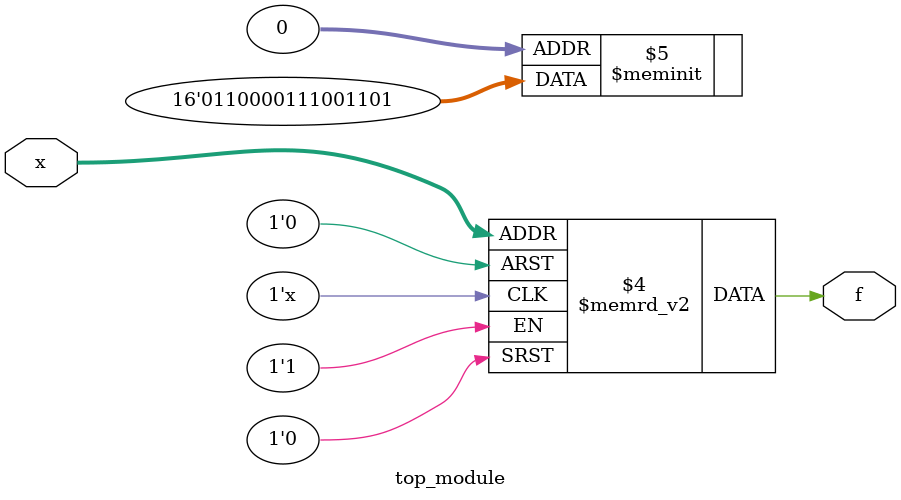
<source format=sv>
module top_module (
    input [4:1] x,
    output logic f
);

always_comb begin
    case (x)
        4'b0000: f = 1;
        4'b0001: f = 0;
        4'b0011: f = 1;
        4'b0010: f = 1;
        4'b0110: f = 1;
        4'b0111: f = 1;
        4'b0101: f = 0;
        4'b0100: f = 0;
        4'b1100: f = 0;
        4'b1101: f = 1;
        4'b1111: f = 0;
        4'b1110: f = 1;
        4'b1010: f = 0;
        4'b1011: f = 0;
        4'b1001: f = 0;
        4'b1000: f = 1;
    endcase
end

endmodule

</source>
